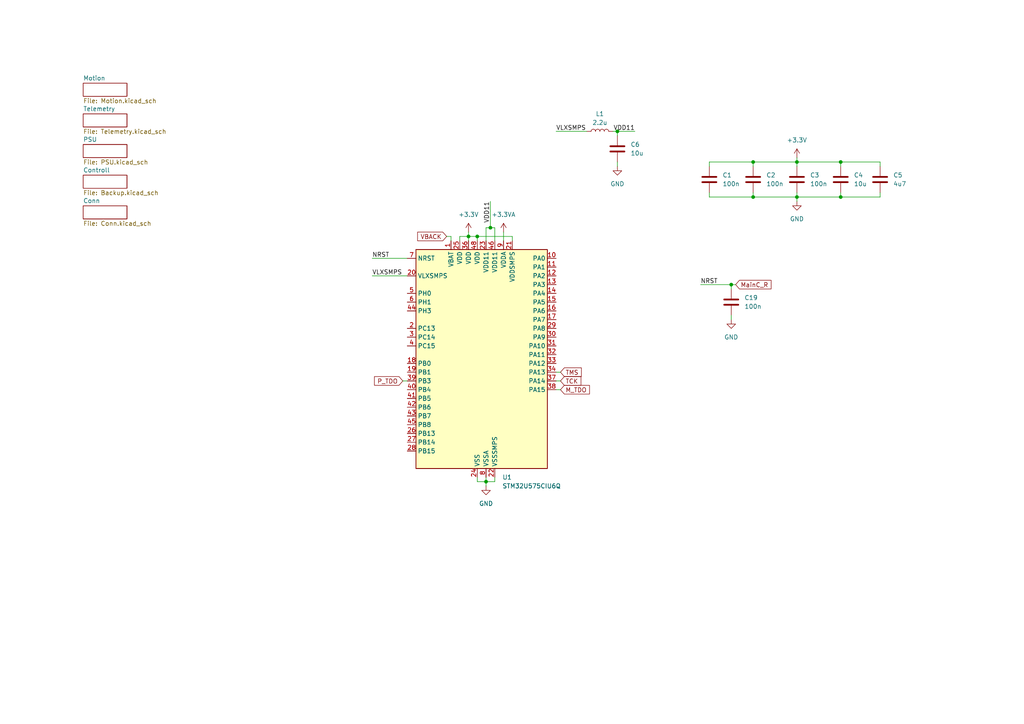
<source format=kicad_sch>
(kicad_sch (version 20230121) (generator eeschema)
  (paper "A4")
  (title_block (title "Main processing system"))
  (lib_symbols
    (symbol "Device:C" (pin_numbers hide) (pin_names (offset 0.254))
      (property "Reference" "C" (at 0.635 2.54 0))
      (property "Value" "C" (at 0.635 -2.54 0))
      (symbol "C_0_1"
        (polyline (pts (xy -2.032 -0.762) (xy 2.032 -0.762)) (stroke (width 0.508)))
        (polyline (pts (xy -2.032 0.762) (xy 2.032 0.762)) (stroke (width 0.508)))
      )
      (symbol "C_1_1"
        (pin passive line (at 0 3.81 270) (length 2.794) (name "~") (number "1"))
        (pin passive line (at 0 -3.81 90) (length 2.794) (name "~") (number "2"))
      )
    )
    (symbol "Device:L" (pin_numbers hide) (pin_names (offset 1.016) hide)
      (property "Reference" "L" (at -1.27 0 90))
      (property "Value" "L" (at 1.905 0 90))
      (symbol "L_0_1"
        (arc (start 0 -2.54) (mid 0.6323 -1.905) (end 0 -1.27))
        (arc (start 0 -1.27) (mid 0.6323 -0.635) (end 0 0))
        (arc (start 0 0) (mid 0.6323 0.635) (end 0 1.27))
        (arc (start 0 1.27) (mid 0.6323 1.905) (end 0 2.54))
      )
      (symbol "L_1_1"
        (pin passive line (at 0 3.81 270) (length 1.27) (name "1") (number "1"))
        (pin passive line (at 0 -3.81 90) (length 1.27) (name "2") (number "2"))
      )
    )
    (symbol "MCU_ST_STM32U5:STM32U575CIUxQ"
      (property "Reference" "U" (at -17.78 34.29 0))
      (property "Value" "STM32U575CIUxQ" (at 12.7 34.29 0))
      (symbol "STM32U575CIUxQ_0_1"
        (rectangle (start -17.78 -30.48) (end 20.32 33.02) (stroke (width 0.254)) (fill (type background)))
      )
      (symbol "STM32U575CIUxQ_1_1"
        (pin power_in line (at -7.62 35.56 270) (length 2.54) (name "VBAT") (number "1"))
        (pin bidirectional line (at 22.86 30.48 180) (length 2.54) (name "PA0") (number "10"))
        (pin bidirectional line (at 22.86 27.94 180) (length 2.54) (name "PA1") (number "11"))
        (pin bidirectional line (at 22.86 25.4 180) (length 2.54) (name "PA2") (number "12"))
        (pin bidirectional line (at 22.86 22.86 180) (length 2.54) (name "PA3") (number "13"))
        (pin bidirectional line (at 22.86 20.32 180) (length 2.54) (name "PA4") (number "14"))
        (pin bidirectional line (at 22.86 17.78 180) (length 2.54) (name "PA5") (number "15"))
        (pin bidirectional line (at 22.86 15.24 180) (length 2.54) (name "PA6") (number "16"))
        (pin bidirectional line (at 22.86 12.7 180) (length 2.54) (name "PA7") (number "17"))
        (pin bidirectional line (at -20.32 0 0) (length 2.54) (name "PB0") (number "18"))
        (pin bidirectional line (at -20.32 -2.54 0) (length 2.54) (name "PB1") (number "19"))
        (pin bidirectional line (at -20.32 10.16 0) (length 2.54) (name "PC13") (number "2"))
        (pin power_in line (at -20.32 25.4 0) (length 2.54) (name "VLXSMPS") (number "20"))
        (pin power_in line (at 10.16 35.56 270) (length 2.54) (name "VDDSMPS") (number "21"))
        (pin power_in line (at 5.08 -33.02 90) (length 2.54) (name "VSSSMPS") (number "22"))
        (pin power_in line (at 2.54 35.56 270) (length 2.54) (name "VDD11") (number "23"))
        (pin power_in line (at 0 -33.02 90) (length 2.54) (name "VSS") (number "24"))
        (pin power_in line (at -5.08 35.56 270) (length 2.54) (name "VDD") (number "25"))
        (pin bidirectional line (at -20.32 -20.32 0) (length 2.54) (name "PB13") (number "26"))
        (pin bidirectional line (at -20.32 -22.86 0) (length 2.54) (name "PB14") (number "27"))
        (pin bidirectional line (at -20.32 -25.4 0) (length 2.54) (name "PB15") (number "28"))
        (pin bidirectional line (at 22.86 10.16 180) (length 2.54) (name "PA8") (number "29"))
        (pin bidirectional line (at -20.32 7.62 0) (length 2.54) (name "PC14") (number "3"))
        (pin bidirectional line (at 22.86 7.62 180) (length 2.54) (name "PA9") (number "30"))
        (pin bidirectional line (at 22.86 5.08 180) (length 2.54) (name "PA10") (number "31"))
        (pin bidirectional line (at 22.86 2.54 180) (length 2.54) (name "PA11") (number "32"))
        (pin bidirectional line (at 22.86 0 180) (length 2.54) (name "PA12") (number "33"))
        (pin bidirectional line (at 22.86 -2.54 180) (length 2.54) (name "PA13") (number "34"))
        (pin passive line (at 0 -33.02 90) (length 2.54) hide (name "VSS") (number "35"))
        (pin power_in line (at -2.54 35.56 270) (length 2.54) (name "VDD") (number "36"))
        (pin bidirectional line (at 22.86 -5.08 180) (length 2.54) (name "PA14") (number "37"))
        (pin bidirectional line (at 22.86 -7.62 180) (length 2.54) (name "PA15") (number "38"))
        (pin bidirectional line (at -20.32 -5.08 0) (length 2.54) (name "PB3") (number "39"))
        (pin bidirectional line (at -20.32 5.08 0) (length 2.54) (name "PC15") (number "4"))
        (pin bidirectional line (at -20.32 -7.62 0) (length 2.54) (name "PB4") (number "40"))
        (pin bidirectional line (at -20.32 -10.16 0) (length 2.54) (name "PB5") (number "41"))
        (pin bidirectional line (at -20.32 -12.7 0) (length 2.54) (name "PB6") (number "42"))
        (pin bidirectional line (at -20.32 -15.24 0) (length 2.54) (name "PB7") (number "43"))
        (pin bidirectional line (at -20.32 15.24 0) (length 2.54) (name "PH3") (number "44"))
        (pin bidirectional line (at -20.32 -17.78 0) (length 2.54) (name "PB8") (number "45"))
        (pin power_in line (at 5.08 35.56 270) (length 2.54) (name "VDD11") (number "46"))
        (pin passive line (at 0 -33.02 90) (length 2.54) hide (name "VSS") (number "47"))
        (pin power_in line (at 0 35.56 270) (length 2.54) (name "VDD") (number "48"))
        (pin passive line (at 0 -33.02 90) (length 2.54) hide (name "VSS") (number "49"))
        (pin bidirectional line (at -20.32 20.32 0) (length 2.54) (name "PH0") (number "5"))
        (pin bidirectional line (at -20.32 17.78 0) (length 2.54) (name "PH1") (number "6"))
        (pin input line (at -20.32 30.48 0) (length 2.54) (name "NRST") (number "7"))
        (pin power_in line (at 2.54 -33.02 90) (length 2.54) (name "VSSA") (number "8"))
        (pin power_in line (at 7.62 35.56 270) (length 2.54) (name "VDDA") (number "9"))
      )
    )
    (symbol "power:+3.3V" (power) (pin_names (offset 0))
      (property "Value" "+3.3V" (at 0 3.556 0))
      (symbol "+3.3V_0_1"
        (polyline (pts (xy -0.762 1.27) (xy 0 2.54)))
        (polyline (pts (xy 0 0) (xy 0 2.54)))
        (polyline (pts (xy 0 2.54) (xy 0.762 1.27)))
      )
      (symbol "+3.3V_1_1"
        (pin power_in line (at 0 0 90) (length 0) hide (name "+3.3V") (number "1"))
      )
    )
    (symbol "power:+3.3VA" (power) (pin_names (offset 0))
      (property "Value" "+3.3VA" (at 0 3.556 0))
      (symbol "+3.3VA_0_1"
        (polyline (pts (xy -0.762 1.27) (xy 0 2.54)))
        (polyline (pts (xy 0 0) (xy 0 2.54)))
        (polyline (pts (xy 0 2.54) (xy 0.762 1.27)))
      )
      (symbol "+3.3VA_1_1"
        (pin power_in line (at 0 0 90) (length 0) hide (name "+3.3VA") (number "1"))
      )
    )
    (symbol "power:GND" (power) (pin_names (offset 0))
      (property "Value" "GND" (at 0 -3.81 0))
      (symbol "GND_0_1"
        (polyline (pts (xy 0 0) (xy 0 -1.27) (xy 1.27 -1.27) (xy 0 -2.54) (xy -1.27 -1.27) (xy 0 -1.27)))
      )
      (symbol "GND_1_1"
        (pin power_in line (at 0 0 270) (length 0) hide (name "GND") (number "1"))
      )
    )
  )
  (junction (at 142.24 66.04))
  (junction (at 243.84 57.15))
  (junction (at 218.44 46.99))
  (junction (at 218.44 57.15))
  (junction (at 135.89 68.58))
  (junction (at 243.84 46.99))
  (junction (at 140.97 139.7))
  (junction (at 179.07 38.1))
  (junction (at 138.43 68.58))
  (junction (at 231.14 46.99))
  (junction (at 231.14 57.15))
  (junction (at 212.09 82.55))
  (wire (pts (xy 107.95 80.01) (xy 118.11 80.01)))
  (wire (pts (xy 135.89 67.31) (xy 135.89 68.58)))
  (wire (pts (xy 133.35 68.58) (xy 133.35 69.85)))
  (wire (pts (xy 255.27 57.15) (xy 243.84 57.15)))
  (wire (pts (xy 146.05 67.31) (xy 146.05 69.85)))
  (wire (pts (xy 205.74 55.88) (xy 205.74 57.15)))
  (wire (pts (xy 212.09 91.44) (xy 212.09 92.71)))
  (wire (pts (xy 255.27 46.99) (xy 243.84 46.99)))
  (wire (pts (xy 179.07 38.1) (xy 184.15 38.1)))
  (wire (pts (xy 179.07 46.99) (xy 179.07 48.26)))
  (wire (pts (xy 140.97 66.04) (xy 142.24 66.04)))
  (wire (pts (xy 161.29 107.95) (xy 162.56 107.95)))
  (wire (pts (xy 243.84 57.15) (xy 231.14 57.15)))
  (wire (pts (xy 231.14 46.99) (xy 231.14 48.26)))
  (wire (pts (xy 218.44 46.99) (xy 205.74 46.99)))
  (wire (pts (xy 116.84 110.49) (xy 118.11 110.49)))
  (wire (pts (xy 129.54 68.58) (xy 130.81 68.58)))
  (wire (pts (xy 161.29 113.03) (xy 162.56 113.03)))
  (wire (pts (xy 218.44 46.99) (xy 218.44 48.26)))
  (wire (pts (xy 205.74 48.26) (xy 205.74 46.99)))
  (wire (pts (xy 140.97 66.04) (xy 140.97 69.85)))
  (wire (pts (xy 161.29 110.49) (xy 162.56 110.49)))
  (wire (pts (xy 138.43 68.58) (xy 138.43 69.85)))
  (wire (pts (xy 142.24 58.42) (xy 142.24 66.04)))
  (wire (pts (xy 218.44 46.99) (xy 231.14 46.99)))
  (wire (pts (xy 140.97 139.7) (xy 143.51 139.7)))
  (wire (pts (xy 135.89 68.58) (xy 135.89 69.85)))
  (wire (pts (xy 130.81 69.85) (xy 130.81 68.58)))
  (wire (pts (xy 107.95 74.93) (xy 118.11 74.93)))
  (wire (pts (xy 179.07 39.37) (xy 179.07 38.1)))
  (wire (pts (xy 205.74 57.15) (xy 218.44 57.15)))
  (wire (pts (xy 231.14 45.72) (xy 231.14 46.99)))
  (wire (pts (xy 179.07 38.1) (xy 177.8 38.1)))
  (wire (pts (xy 218.44 55.88) (xy 218.44 57.15)))
  (wire (pts (xy 133.35 68.58) (xy 135.89 68.58)))
  (wire (pts (xy 243.84 55.88) (xy 243.84 57.15)))
  (wire (pts (xy 148.59 68.58) (xy 138.43 68.58)))
  (wire (pts (xy 138.43 139.7) (xy 140.97 139.7)))
  (wire (pts (xy 161.29 38.1) (xy 170.18 38.1)))
  (wire (pts (xy 231.14 57.15) (xy 231.14 55.88)))
  (wire (pts (xy 243.84 46.99) (xy 231.14 46.99)))
  (wire (pts (xy 243.84 48.26) (xy 243.84 46.99)))
  (wire (pts (xy 140.97 138.43) (xy 140.97 139.7)))
  (wire (pts (xy 138.43 138.43) (xy 138.43 139.7)))
  (wire (pts (xy 203.2 82.55) (xy 212.09 82.55)))
  (wire (pts (xy 212.09 82.55) (xy 213.36 82.55)))
  (wire (pts (xy 143.51 139.7) (xy 143.51 138.43)))
  (wire (pts (xy 255.27 55.88) (xy 255.27 57.15)))
  (wire (pts (xy 143.51 69.85) (xy 143.51 66.04)))
  (wire (pts (xy 148.59 69.85) (xy 148.59 68.58)))
  (wire (pts (xy 218.44 57.15) (xy 231.14 57.15)))
  (wire (pts (xy 212.09 82.55) (xy 212.09 83.82)))
  (wire (pts (xy 255.27 48.26) (xy 255.27 46.99)))
  (wire (pts (xy 140.97 139.7) (xy 140.97 140.97)))
  (wire (pts (xy 231.14 57.15) (xy 231.14 58.42)))
  (wire (pts (xy 135.89 68.58) (xy 138.43 68.58)))
  (wire (pts (xy 142.24 66.04) (xy 143.51 66.04)))
  (label "NRST" (at 107.95 74.93 0))
  (label "VLXSMPS" (at 107.95 80.01 0))
  (label "VLXSMPS" (at 161.29 38.1 0))
  (label "VDD11" (at 142.24 58.42 270))
  (label "NRST" (at 203.2 82.55 0))
  (label "VDD11" (at 184.15 38.1 180))
  (global_label "VBACK" (shape input) (at 129.54 68.58 180) (property "Intersheetrefs" "${INTERSHEET_REFS}" (effects hide)))
  (global_label "P_TDO" (shape input) (at 116.84 110.49 180) (property "Intersheetrefs" "${INTERSHEET_REFS}" (effects hide)))
  (global_label "TMS" (shape input) (at 162.56 107.95 0) (property "Intersheetrefs" "${INTERSHEET_REFS}" (effects hide)))
  (global_label "MainC_R" (shape input) (at 213.36 82.55 0) (property "Intersheetrefs" "${INTERSHEET_REFS}" (effects hide)))
  (global_label "TCK" (shape input) (at 162.56 110.49 0) (property "Intersheetrefs" "${INTERSHEET_REFS}" (effects hide)))
  (global_label "M_TDO" (shape input) (at 162.56 113.03 0) (property "Intersheetrefs" "${INTERSHEET_REFS}" (effects hide)))
  (symbol (lib_id "Device:C") (at 231.14 52.07 0) (unit 1)
    (property "Reference" "C3" (at 234.95 50.8 0) (effects (justify left)))
    (property "Value" "100n" (at 234.95 53.34 0) (effects (justify left)))
  )
  (symbol (lib_id "Device:C") (at 218.44 52.07 0) (unit 1)
    (property "Reference" "C2" (at 222.25 50.8 0) (effects (justify left)))
    (property "Value" "100n" (at 222.25 53.34 0) (effects (justify left)))
  )
  (symbol (lib_id "power:GND") (at 231.14 58.42 0) (unit 1)
    (property "Reference" "#PWR09" (effects hide))
    (property "Value" "GND" (at 231.14 63.5 0))
  )
  (symbol (lib_id "MCU_ST_STM32U5:STM32U575CIUxQ") (at 138.43 105.41 0) (unit 1)
    (property "Reference" "U1" (at 145.7041 138.43 0) (effects (justify left)))
    (property "Value" "STM32U575CIU6Q" (at 145.7041 140.97 0) (effects (justify left)))
    (property "Footprint" "Package_DFN_QFN:QFN-48-1EP_7x7mm_P0.5mm_EP5.6x5.6mm" (effects hide))
    (property "Datasheet" "https://www.st.com/resource/en/datasheet/stm32u575ci.pdf" (effects hide))
  )
  (symbol (lib_id "Device:C") (at 255.27 52.07 0) (unit 1)
    (property "Reference" "C5" (at 259.08 50.8 0) (effects (justify left)))
    (property "Value" "4u7" (at 259.08 53.34 0) (effects (justify left)))
  )
  (symbol (lib_id "Device:C") (at 212.09 87.63 0) (unit 1)
    (property "Reference" "C19" (at 215.9 86.36 0) (effects (justify left)))
    (property "Value" "100n" (at 215.9 88.9 0) (effects (justify left)))
  )
  (symbol (lib_id "Device:C") (at 179.07 43.18 0) (unit 1)
    (property "Reference" "C6" (at 182.88 41.91 0) (effects (justify left)))
    (property "Value" "10u" (at 182.88 44.45 0) (effects (justify left)))
  )
  (symbol (lib_id "power:+3.3V") (at 135.89 67.31 0) (unit 1)
    (property "Reference" "#PWR07" (effects hide))
    (property "Value" "+3.3V" (at 135.89 62.23 0))
  )
  (symbol (lib_id "power:+3.3VA") (at 146.05 67.31 0) (unit 1)
    (property "Reference" "#PWR019" (effects hide))
    (property "Value" "+3.3VA" (at 146.05 62.23 0))
  )
  (symbol (lib_id "power:+3.3V") (at 231.14 45.72 0) (unit 1)
    (property "Reference" "#PWR08" (effects hide))
    (property "Value" "+3.3V" (at 231.14 40.64 0))
  )
  (symbol (lib_id "power:GND") (at 179.07 48.26 0) (unit 1)
    (property "Reference" "#PWR012" (effects hide))
    (property "Value" "GND" (at 179.07 53.34 0))
  )
  (symbol (lib_id "power:GND") (at 212.09 92.71 0) (unit 1)
    (property "Reference" "#PWR031" (effects hide))
    (property "Value" "GND" (at 212.09 97.79 0))
  )
  (symbol (lib_id "Device:L") (at 173.99 38.1 90) (unit 1)
    (property "Reference" "L1" (at 173.99 33.02 90))
    (property "Value" "2.2u" (at 173.99 35.56 90))
  )
  (symbol (lib_id "Device:C") (at 205.74 52.07 0) (unit 1)
    (property "Reference" "C1" (at 209.55 50.8 0) (effects (justify left)))
    (property "Value" "100n" (at 209.55 53.34 0) (effects (justify left)))
  )
  (symbol (lib_id "Device:C") (at 243.84 52.07 0) (unit 1)
    (property "Reference" "C4" (at 247.65 50.8 0) (effects (justify left)))
    (property "Value" "10u" (at 247.65 53.34 0) (effects (justify left)))
  )
  (symbol (lib_id "power:GND") (at 140.97 140.97 0) (unit 1)
    (property "Reference" "#PWR01" (effects hide))
    (property "Value" "GND" (at 140.97 146.05 0))
  )
  (sheet (at 24.13 50.8) (size 12.7 3.81) (stroke (width 0.1524))
    (property "Sheetname" "Controll" (at 24.13 50.0884 0) (effects (justify left bottom)))
    (property "Sheetfile" "Backup.kicad_sch" (at 24.13 55.1946 0) (effects (justify left top)))
  )
  (sheet (at 24.13 59.69) (size 12.7 3.81) (stroke (width 0.1524))
    (property "Sheetname" "Conn" (at 24.13 58.9784 0) (effects (justify left bottom)))
    (property "Sheetfile" "Conn.kicad_sch" (at 24.13 64.0846 0) (effects (justify left top)))
  )
  (sheet (at 24.13 41.91) (size 12.7 3.81) (stroke (width 0.1524))
    (property "Sheetname" "PSU" (at 24.13 41.1984 0) (effects (justify left bottom)))
    (property "Sheetfile" "PSU.kicad_sch" (at 24.13 46.3046 0) (effects (justify left top)))
  )
  (sheet (at 24.13 24.13) (size 12.7 3.81) (stroke (width 0.1524))
    (property "Sheetname" "Motion" (at 24.13 23.4184 0) (effects (justify left bottom)))
    (property "Sheetfile" "Motion.kicad_sch" (at 24.13 28.5246 0) (effects (justify left top)))
  )
  (sheet (at 24.13 33.02) (size 12.7 3.81) (stroke (width 0.1524))
    (property "Sheetname" "Telemetry" (at 24.13 32.3084 0) (effects (justify left bottom)))
    (property "Sheetfile" "Telemetry.kicad_sch" (at 24.13 37.4146 0) (effects (justify left top)))
  )
)
</source>
